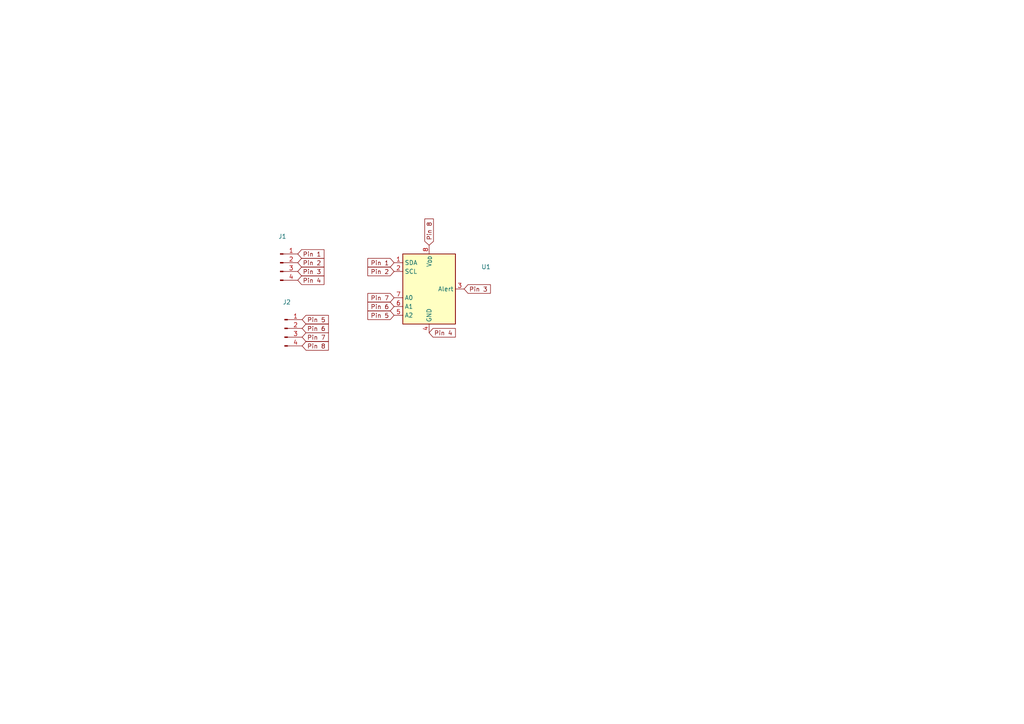
<source format=kicad_sch>
(kicad_sch (version 20250114) (generator "eeschema") (generator_version "9.0")
  (paper "A4")
  (lib_symbols
    (symbol "Connector:Conn_01x04_Pin" (pin_names (offset 1.016) (hide yes))
      (property "Reference" "J" (at 0 5.08 0))
      (property "Value" "Conn_01x04_Pin" (at 0 -7.62 0))
      (symbol "Conn_01x04_Pin_1_1"
        (rectangle (start 0.8636 2.667) (end 0 2.413) (stroke (width 0.1524)) (fill (type outline)))
        (rectangle (start 0.8636 0.127) (end 0 -0.127) (stroke (width 0.1524)) (fill (type outline)))
        (rectangle (start 0.8636 -2.413) (end 0 -2.667) (stroke (width 0.1524)) (fill (type outline)))
        (rectangle (start 0.8636 -4.953) (end 0 -5.207) (stroke (width 0.1524)) (fill (type outline)))
        (polyline (pts (xy 1.27 2.54) (xy 0.8636 2.54)) (stroke (width 0.1524)))
        (polyline (pts (xy 1.27 0) (xy 0.8636 0)) (stroke (width 0.1524)))
        (polyline (pts (xy 1.27 -2.54) (xy 0.8636 -2.54)) (stroke (width 0.1524)))
        (polyline (pts (xy 1.27 -5.08) (xy 0.8636 -5.08)) (stroke (width 0.1524)))
        (pin passive line (at 5.08 2.54 180) (length 3.81) (name "Pin_1") (number "1"))
        (pin passive line (at 5.08 0 180) (length 3.81) (name "Pin_2") (number "2"))
        (pin passive line (at 5.08 -2.54 180) (length 3.81) (name "Pin_3") (number "3"))
        (pin passive line (at 5.08 -5.08 180) (length 3.81) (name "Pin_4") (number "4"))
      )
    )
    (symbol "Sensor_Temperature:MCP9808_MSOP"
      (property "Reference" "U" (at -6.35 11.43 0))
      (property "Value" "MCP9808_MSOP" (at 10.16 11.43 0))
      (symbol "MCP9808_MSOP_0_1"
        (rectangle (start -7.62 10.16) (end 7.62 -10.16) (stroke (width 0.254)) (fill (type background)))
      )
      (symbol "MCP9808_MSOP_1_1"
        (pin bidirectional line (at -10.16 7.62 0) (length 2.54) (name "SDA") (number "1"))
        (pin input line (at -10.16 5.08 0) (length 2.54) (name "SCL") (number "2"))
        (pin input line (at -10.16 -2.54 0) (length 2.54) (name "A0") (number "7"))
        (pin input line (at -10.16 -5.08 0) (length 2.54) (name "A1") (number "6"))
        (pin input line (at -10.16 -7.62 0) (length 2.54) (name "A2") (number "5"))
        (pin power_in line (at 0 12.7 270) (length 2.54) (name "V_{DD}") (number "8"))
        (pin power_in line (at 0 -12.7 90) (length 2.54) (name "GND") (number "4"))
        (pin output line (at 10.16 0 180) (length 2.54) (name "Alert") (number "3"))
      )
    )
  )
  (global_label "Pin 8" (shape input) (at 87.63 100.33 0) (property "Intersheetrefs" "${INTERSHEET_REFS}" (effects (hide yes))))
  (global_label "Pin 7" (shape input) (at 114.3 86.36 180) (property "Intersheetrefs" "${INTERSHEET_REFS}" (effects (hide yes))))
  (global_label "Pin 5" (shape input) (at 87.63 92.71 0) (property "Intersheetrefs" "${INTERSHEET_REFS}" (effects (hide yes))))
  (global_label "Pin 2" (shape input) (at 86.36 76.2 0) (property "Intersheetrefs" "${INTERSHEET_REFS}" (effects (hide yes))))
  (global_label "Pin 6" (shape input) (at 114.3 88.9 180) (property "Intersheetrefs" "${INTERSHEET_REFS}" (effects (hide yes))))
  (global_label "Pin 4" (shape input) (at 86.36 81.28 0) (property "Intersheetrefs" "${INTERSHEET_REFS}" (effects (hide yes))))
  (global_label "Pin 7" (shape input) (at 87.63 97.79 0) (property "Intersheetrefs" "${INTERSHEET_REFS}" (effects (hide yes))))
  (global_label "Pin 8" (shape input) (at 124.46 71.12 90) (property "Intersheetrefs" "${INTERSHEET_REFS}" (effects (hide yes))))
  (global_label "Pin 1" (shape input) (at 86.36 73.66 0) (property "Intersheetrefs" "${INTERSHEET_REFS}" (effects (hide yes))))
  (global_label "Pin 1" (shape input) (at 114.3 76.2 180) (property "Intersheetrefs" "${INTERSHEET_REFS}" (effects (hide yes))))
  (global_label "Pin 6" (shape input) (at 87.63 95.25 0) (property "Intersheetrefs" "${INTERSHEET_REFS}" (effects (hide yes))))
  (global_label "Pin 5" (shape input) (at 114.3 91.44 180) (property "Intersheetrefs" "${INTERSHEET_REFS}" (effects (hide yes))))
  (global_label "Pin 4" (shape input) (at 124.46 96.52 0) (property "Intersheetrefs" "${INTERSHEET_REFS}" (effects (hide yes))))
  (global_label "Pin 2" (shape input) (at 114.3 78.74 180) (property "Intersheetrefs" "${INTERSHEET_REFS}" (effects (hide yes))))
  (global_label "Pin 3" (shape input) (at 134.62 83.82 0) (property "Intersheetrefs" "${INTERSHEET_REFS}" (effects (hide yes))))
  (global_label "Pin 3" (shape input) (at 86.36 78.74 0) (property "Intersheetrefs" "${INTERSHEET_REFS}" (effects (hide yes))))
  (symbol (lib_id "Sensor_Temperature:MCP9808_MSOP") (at 124.46 83.82 0) (unit 1)
    (property "Reference" "U1" (at 140.97 77.3998 0))
    (property "Value" "MCP9808_MSOP" (effects (hide yes)))
    (property "Footprint" "Package_SO:MSOP-8_3x3mm_P0.65mm" (effects (hide yes)))
    (property "Datasheet" "http://ww1.microchip.com/downloads/en/DeviceDoc/22203b.pdf" (effects (hide yes)))
    (property "Description" "±0.25°C (±0.5°C) Typical (Maximum), Digital Temperature Sensor, MSOP-8" (effects (hide yes)))
  )
  (symbol (lib_id "Connector:Conn_01x04_Pin") (at 81.28 76.2 0) (unit 1)
    (property "Reference" "J1" (at 81.915 68.58 0))
    (property "Value" "Conn_01x04_Pin" (effects (hide yes)))
    (property "Footprint" "Connector_PinHeader_2.54mm:PinHeader_1x04_P2.54mm_Vertical" (effects (hide yes)))
    (property "Description" "Generic connector, single row, 01x04, script generated" (effects (hide yes)))
  )
  (symbol (lib_id "Connector:Conn_01x04_Pin") (at 82.55 95.25 0) (unit 1)
    (property "Reference" "J2" (at 83.185 87.63 0))
    (property "Value" "Conn_01x04_Pin" (effects (hide yes)))
    (property "Footprint" "Connector_PinHeader_2.54mm:PinHeader_1x04_P2.54mm_Vertical" (effects (hide yes)))
    (property "Description" "Generic connector, single row, 01x04, script generated" (effects (hide yes)))
  )
)
</source>
